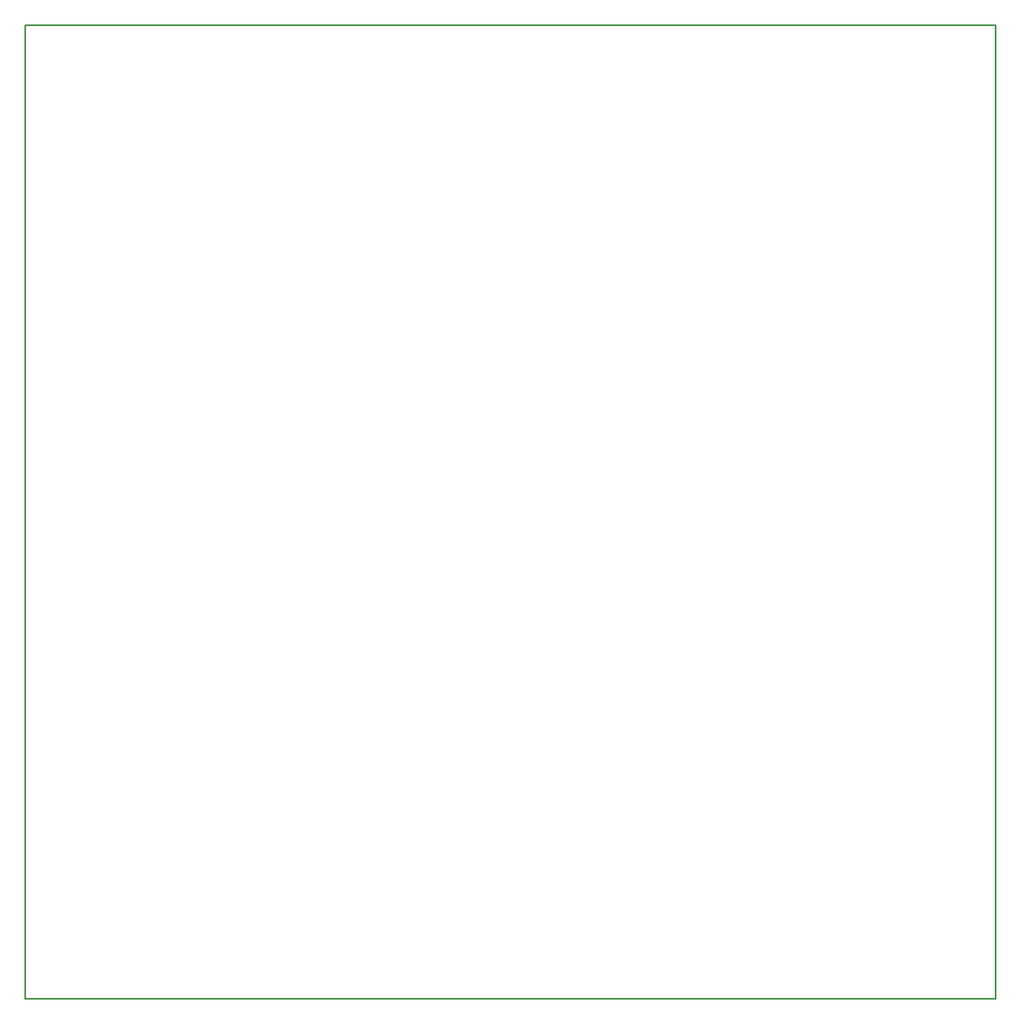
<source format=gbr>
G04 #@! TF.FileFunction,Profile,NP*
%FSLAX46Y46*%
G04 Gerber Fmt 4.6, Leading zero omitted, Abs format (unit mm)*
G04 Created by KiCad (PCBNEW 4.0.7) date 07/12/19 11:42:16*
%MOMM*%
%LPD*%
G01*
G04 APERTURE LIST*
%ADD10C,0.100000*%
%ADD11C,0.150000*%
G04 APERTURE END LIST*
D10*
D11*
X45466000Y-45720000D02*
X46736000Y-45720000D01*
X45466000Y-143764000D02*
X45466000Y-45720000D01*
X143256000Y-143764000D02*
X45466000Y-143764000D01*
X143256000Y-45720000D02*
X143256000Y-143764000D01*
X46736000Y-45720000D02*
X143256000Y-45720000D01*
M02*

</source>
